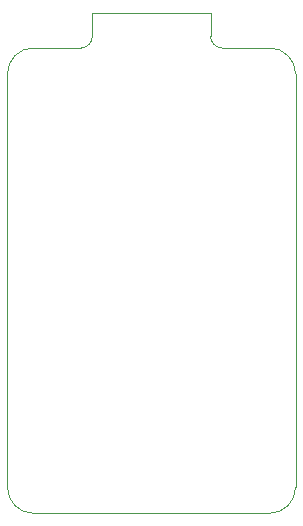
<source format=gbr>
G04*
G04 #@! TF.GenerationSoftware,Altium Limited,Altium Designer,24.8.2 (39)*
G04*
G04 Layer_Color=0*
%FSLAX25Y25*%
%MOIN*%
G70*
G04*
G04 #@! TF.SameCoordinates,487F02F3-95FA-4862-9DB4-007DCD7F3BB9*
G04*
G04*
G04 #@! TF.FilePolarity,Positive*
G04*
G01*
G75*
%ADD130C,0.00100*%
D130*
X3150Y11811D02*
Y149606D01*
D02*
G02*
X11811Y158268I8661J0D01*
G01*
X27559Y158268D01*
D02*
G03*
X31496Y162205I0J3937D01*
G01*
Y170079D01*
X70866D01*
Y162205D01*
D02*
G03*
X74803Y158268I3937J0D01*
G01*
X90551D01*
D02*
G02*
X99213Y149606I0J-8661D01*
G01*
Y11811D01*
D02*
G02*
X90551Y3150I-8661J0D01*
G01*
X11811Y3150D01*
D02*
G02*
X3150Y11811I0J8661D01*
G01*
M02*

</source>
